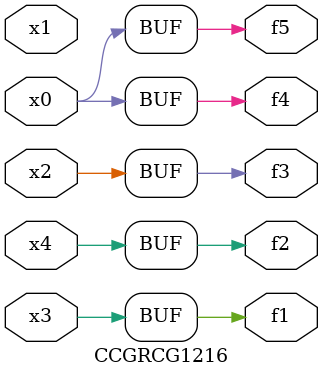
<source format=v>
module CCGRCG1216(
	input x0, x1, x2, x3, x4,
	output f1, f2, f3, f4, f5
);
	assign f1 = x3;
	assign f2 = x4;
	assign f3 = x2;
	assign f4 = x0;
	assign f5 = x0;
endmodule

</source>
